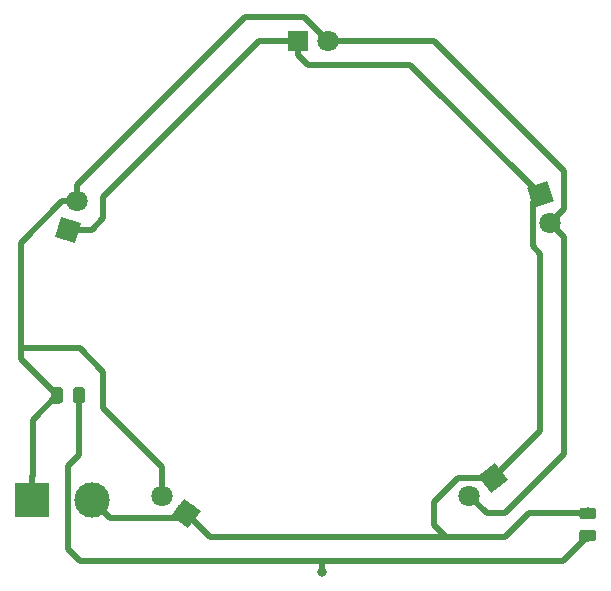
<source format=gbr>
G04 #@! TF.GenerationSoftware,KiCad,Pcbnew,(5.1.0)-1*
G04 #@! TF.CreationDate,2019-11-21T20:20:06-05:00*
G04 #@! TF.ProjectId,gopro_lights,676f7072-6f5f-46c6-9967-6874732e6b69,1*
G04 #@! TF.SameCoordinates,Original*
G04 #@! TF.FileFunction,Copper,L1,Top*
G04 #@! TF.FilePolarity,Positive*
%FSLAX46Y46*%
G04 Gerber Fmt 4.6, Leading zero omitted, Abs format (unit mm)*
G04 Created by KiCad (PCBNEW (5.1.0)-1) date 2019-11-21 20:20:06*
%MOMM*%
%LPD*%
G04 APERTURE LIST*
%ADD10C,0.100000*%
%ADD11C,0.975000*%
%ADD12R,1.800000X1.800000*%
%ADD13C,1.800000*%
%ADD14R,3.000000X3.000000*%
%ADD15C,3.000000*%
%ADD16C,0.800000*%
%ADD17C,0.500000*%
%ADD18C,0.250000*%
G04 APERTURE END LIST*
D10*
G36*
X84330142Y-95301174D02*
G01*
X84353803Y-95304684D01*
X84377007Y-95310496D01*
X84399529Y-95318554D01*
X84421153Y-95328782D01*
X84441670Y-95341079D01*
X84460883Y-95355329D01*
X84478607Y-95371393D01*
X84494671Y-95389117D01*
X84508921Y-95408330D01*
X84521218Y-95428847D01*
X84531446Y-95450471D01*
X84539504Y-95472993D01*
X84545316Y-95496197D01*
X84548826Y-95519858D01*
X84550000Y-95543750D01*
X84550000Y-96456250D01*
X84548826Y-96480142D01*
X84545316Y-96503803D01*
X84539504Y-96527007D01*
X84531446Y-96549529D01*
X84521218Y-96571153D01*
X84508921Y-96591670D01*
X84494671Y-96610883D01*
X84478607Y-96628607D01*
X84460883Y-96644671D01*
X84441670Y-96658921D01*
X84421153Y-96671218D01*
X84399529Y-96681446D01*
X84377007Y-96689504D01*
X84353803Y-96695316D01*
X84330142Y-96698826D01*
X84306250Y-96700000D01*
X83818750Y-96700000D01*
X83794858Y-96698826D01*
X83771197Y-96695316D01*
X83747993Y-96689504D01*
X83725471Y-96681446D01*
X83703847Y-96671218D01*
X83683330Y-96658921D01*
X83664117Y-96644671D01*
X83646393Y-96628607D01*
X83630329Y-96610883D01*
X83616079Y-96591670D01*
X83603782Y-96571153D01*
X83593554Y-96549529D01*
X83585496Y-96527007D01*
X83579684Y-96503803D01*
X83576174Y-96480142D01*
X83575000Y-96456250D01*
X83575000Y-95543750D01*
X83576174Y-95519858D01*
X83579684Y-95496197D01*
X83585496Y-95472993D01*
X83593554Y-95450471D01*
X83603782Y-95428847D01*
X83616079Y-95408330D01*
X83630329Y-95389117D01*
X83646393Y-95371393D01*
X83664117Y-95355329D01*
X83683330Y-95341079D01*
X83703847Y-95328782D01*
X83725471Y-95318554D01*
X83747993Y-95310496D01*
X83771197Y-95304684D01*
X83794858Y-95301174D01*
X83818750Y-95300000D01*
X84306250Y-95300000D01*
X84330142Y-95301174D01*
X84330142Y-95301174D01*
G37*
D11*
X84062500Y-96000000D03*
D10*
G36*
X86205142Y-95301174D02*
G01*
X86228803Y-95304684D01*
X86252007Y-95310496D01*
X86274529Y-95318554D01*
X86296153Y-95328782D01*
X86316670Y-95341079D01*
X86335883Y-95355329D01*
X86353607Y-95371393D01*
X86369671Y-95389117D01*
X86383921Y-95408330D01*
X86396218Y-95428847D01*
X86406446Y-95450471D01*
X86414504Y-95472993D01*
X86420316Y-95496197D01*
X86423826Y-95519858D01*
X86425000Y-95543750D01*
X86425000Y-96456250D01*
X86423826Y-96480142D01*
X86420316Y-96503803D01*
X86414504Y-96527007D01*
X86406446Y-96549529D01*
X86396218Y-96571153D01*
X86383921Y-96591670D01*
X86369671Y-96610883D01*
X86353607Y-96628607D01*
X86335883Y-96644671D01*
X86316670Y-96658921D01*
X86296153Y-96671218D01*
X86274529Y-96681446D01*
X86252007Y-96689504D01*
X86228803Y-96695316D01*
X86205142Y-96698826D01*
X86181250Y-96700000D01*
X85693750Y-96700000D01*
X85669858Y-96698826D01*
X85646197Y-96695316D01*
X85622993Y-96689504D01*
X85600471Y-96681446D01*
X85578847Y-96671218D01*
X85558330Y-96658921D01*
X85539117Y-96644671D01*
X85521393Y-96628607D01*
X85505329Y-96610883D01*
X85491079Y-96591670D01*
X85478782Y-96571153D01*
X85468554Y-96549529D01*
X85460496Y-96527007D01*
X85454684Y-96503803D01*
X85451174Y-96480142D01*
X85450000Y-96456250D01*
X85450000Y-95543750D01*
X85451174Y-95519858D01*
X85454684Y-95496197D01*
X85460496Y-95472993D01*
X85468554Y-95450471D01*
X85478782Y-95428847D01*
X85491079Y-95408330D01*
X85505329Y-95389117D01*
X85521393Y-95371393D01*
X85539117Y-95355329D01*
X85558330Y-95341079D01*
X85578847Y-95328782D01*
X85600471Y-95318554D01*
X85622993Y-95310496D01*
X85646197Y-95304684D01*
X85669858Y-95301174D01*
X85693750Y-95300000D01*
X86181250Y-95300000D01*
X86205142Y-95301174D01*
X86205142Y-95301174D01*
G37*
D11*
X85937500Y-96000000D03*
D12*
X104460000Y-66000000D03*
D13*
X107000000Y-66000000D03*
X85784903Y-79584316D03*
X85000000Y-82000000D03*
D10*
G36*
X85577836Y-83134066D02*
G01*
X83865934Y-82577836D01*
X84422164Y-80865934D01*
X86134066Y-81422164D01*
X85577836Y-83134066D01*
X85577836Y-83134066D01*
G37*
D13*
X95000000Y-106000000D03*
D10*
G36*
X96257122Y-105800891D02*
G01*
X95199109Y-107257122D01*
X93742878Y-106199109D01*
X94800891Y-104742878D01*
X96257122Y-105800891D01*
X96257122Y-105800891D01*
G37*
D13*
X92945097Y-104507025D03*
X118945097Y-104492975D03*
X121000000Y-103000000D03*
D10*
G36*
X121199109Y-101742878D02*
G01*
X122257122Y-103199109D01*
X120800891Y-104257122D01*
X119742878Y-102800891D01*
X121199109Y-101742878D01*
X121199109Y-101742878D01*
G37*
D13*
X125000000Y-79000000D03*
D10*
G36*
X123865934Y-78422164D02*
G01*
X125577836Y-77865934D01*
X126134066Y-79577836D01*
X124422164Y-80134066D01*
X123865934Y-78422164D01*
X123865934Y-78422164D01*
G37*
D13*
X125784903Y-81415684D03*
D10*
G36*
X129480142Y-105513674D02*
G01*
X129503803Y-105517184D01*
X129527007Y-105522996D01*
X129549529Y-105531054D01*
X129571153Y-105541282D01*
X129591670Y-105553579D01*
X129610883Y-105567829D01*
X129628607Y-105583893D01*
X129644671Y-105601617D01*
X129658921Y-105620830D01*
X129671218Y-105641347D01*
X129681446Y-105662971D01*
X129689504Y-105685493D01*
X129695316Y-105708697D01*
X129698826Y-105732358D01*
X129700000Y-105756250D01*
X129700000Y-106243750D01*
X129698826Y-106267642D01*
X129695316Y-106291303D01*
X129689504Y-106314507D01*
X129681446Y-106337029D01*
X129671218Y-106358653D01*
X129658921Y-106379170D01*
X129644671Y-106398383D01*
X129628607Y-106416107D01*
X129610883Y-106432171D01*
X129591670Y-106446421D01*
X129571153Y-106458718D01*
X129549529Y-106468946D01*
X129527007Y-106477004D01*
X129503803Y-106482816D01*
X129480142Y-106486326D01*
X129456250Y-106487500D01*
X128543750Y-106487500D01*
X128519858Y-106486326D01*
X128496197Y-106482816D01*
X128472993Y-106477004D01*
X128450471Y-106468946D01*
X128428847Y-106458718D01*
X128408330Y-106446421D01*
X128389117Y-106432171D01*
X128371393Y-106416107D01*
X128355329Y-106398383D01*
X128341079Y-106379170D01*
X128328782Y-106358653D01*
X128318554Y-106337029D01*
X128310496Y-106314507D01*
X128304684Y-106291303D01*
X128301174Y-106267642D01*
X128300000Y-106243750D01*
X128300000Y-105756250D01*
X128301174Y-105732358D01*
X128304684Y-105708697D01*
X128310496Y-105685493D01*
X128318554Y-105662971D01*
X128328782Y-105641347D01*
X128341079Y-105620830D01*
X128355329Y-105601617D01*
X128371393Y-105583893D01*
X128389117Y-105567829D01*
X128408330Y-105553579D01*
X128428847Y-105541282D01*
X128450471Y-105531054D01*
X128472993Y-105522996D01*
X128496197Y-105517184D01*
X128519858Y-105513674D01*
X128543750Y-105512500D01*
X129456250Y-105512500D01*
X129480142Y-105513674D01*
X129480142Y-105513674D01*
G37*
D11*
X129000000Y-106000000D03*
D10*
G36*
X129480142Y-107388674D02*
G01*
X129503803Y-107392184D01*
X129527007Y-107397996D01*
X129549529Y-107406054D01*
X129571153Y-107416282D01*
X129591670Y-107428579D01*
X129610883Y-107442829D01*
X129628607Y-107458893D01*
X129644671Y-107476617D01*
X129658921Y-107495830D01*
X129671218Y-107516347D01*
X129681446Y-107537971D01*
X129689504Y-107560493D01*
X129695316Y-107583697D01*
X129698826Y-107607358D01*
X129700000Y-107631250D01*
X129700000Y-108118750D01*
X129698826Y-108142642D01*
X129695316Y-108166303D01*
X129689504Y-108189507D01*
X129681446Y-108212029D01*
X129671218Y-108233653D01*
X129658921Y-108254170D01*
X129644671Y-108273383D01*
X129628607Y-108291107D01*
X129610883Y-108307171D01*
X129591670Y-108321421D01*
X129571153Y-108333718D01*
X129549529Y-108343946D01*
X129527007Y-108352004D01*
X129503803Y-108357816D01*
X129480142Y-108361326D01*
X129456250Y-108362500D01*
X128543750Y-108362500D01*
X128519858Y-108361326D01*
X128496197Y-108357816D01*
X128472993Y-108352004D01*
X128450471Y-108343946D01*
X128428847Y-108333718D01*
X128408330Y-108321421D01*
X128389117Y-108307171D01*
X128371393Y-108291107D01*
X128355329Y-108273383D01*
X128341079Y-108254170D01*
X128328782Y-108233653D01*
X128318554Y-108212029D01*
X128310496Y-108189507D01*
X128304684Y-108166303D01*
X128301174Y-108142642D01*
X128300000Y-108118750D01*
X128300000Y-107631250D01*
X128301174Y-107607358D01*
X128304684Y-107583697D01*
X128310496Y-107560493D01*
X128318554Y-107537971D01*
X128328782Y-107516347D01*
X128341079Y-107495830D01*
X128355329Y-107476617D01*
X128371393Y-107458893D01*
X128389117Y-107442829D01*
X128408330Y-107428579D01*
X128428847Y-107416282D01*
X128450471Y-107406054D01*
X128472993Y-107397996D01*
X128496197Y-107392184D01*
X128519858Y-107388674D01*
X128543750Y-107387500D01*
X129456250Y-107387500D01*
X129480142Y-107388674D01*
X129480142Y-107388674D01*
G37*
D11*
X129000000Y-107875000D03*
D14*
X81980000Y-104870000D03*
D15*
X87060000Y-104870000D03*
D16*
X106480000Y-110980000D03*
D17*
X105000000Y-64000000D02*
X107000000Y-66000000D01*
X100000000Y-64000000D02*
X105000000Y-64000000D01*
X85784903Y-79584316D02*
X85784903Y-78215097D01*
X85784903Y-78215097D02*
X100000000Y-64000000D01*
X107000000Y-66000000D02*
X116000000Y-66000000D01*
X116000000Y-66000000D02*
X127000000Y-77000000D01*
X127000000Y-80200587D02*
X125784903Y-81415684D01*
X127000000Y-77000000D02*
X127000000Y-80200587D01*
X82000000Y-98062500D02*
X84062500Y-96000000D01*
X85784903Y-79584316D02*
X84512111Y-79584316D01*
X127000000Y-82630781D02*
X125784903Y-81415684D01*
X127000000Y-101000000D02*
X127000000Y-82630781D01*
X122000000Y-106000000D02*
X127000000Y-101000000D01*
X118945097Y-104492975D02*
X120452122Y-106000000D01*
X120452122Y-106000000D02*
X122000000Y-106000000D01*
X92945097Y-104507025D02*
X92945097Y-102054903D01*
X92945097Y-102054903D02*
X88000000Y-97109806D01*
X88000000Y-97109806D02*
X88000000Y-96558150D01*
X88000000Y-96558150D02*
X88000000Y-94000000D01*
X88000000Y-94000000D02*
X86000000Y-92000000D01*
X86000000Y-92000000D02*
X81000000Y-92000000D01*
X81000000Y-92937500D02*
X84062500Y-96000000D01*
X81000000Y-83096427D02*
X81000000Y-92937500D01*
X84512111Y-79584316D02*
X81000000Y-83096427D01*
X82000000Y-102850000D02*
X82000000Y-98062500D01*
X81980000Y-102870000D02*
X82000000Y-102850000D01*
X81980000Y-104870000D02*
X81980000Y-102870000D01*
X85937500Y-96000000D02*
X85937500Y-101062500D01*
X85937500Y-101062500D02*
X85000000Y-102000000D01*
X85000000Y-102000000D02*
X85000000Y-109000000D01*
X85000000Y-109000000D02*
X86000000Y-110000000D01*
X126875000Y-110000000D02*
X129000000Y-107875000D01*
X106480000Y-110040000D02*
X106440000Y-110000000D01*
X106480000Y-110980000D02*
X106480000Y-110040000D01*
X86000000Y-110000000D02*
X106440000Y-110000000D01*
X106440000Y-110000000D02*
X126875000Y-110000000D01*
X118000000Y-103000000D02*
X116000000Y-105000000D01*
X116000000Y-105000000D02*
X116000000Y-107000000D01*
X121000000Y-103000000D02*
X118000000Y-103000000D01*
X116000000Y-107000000D02*
X117000000Y-108000000D01*
X124000000Y-106000000D02*
X129000000Y-106000000D01*
X117000000Y-108000000D02*
X122000000Y-108000000D01*
X122000000Y-108000000D02*
X124000000Y-106000000D01*
X124401162Y-79598838D02*
X124401162Y-83401162D01*
D18*
X125000000Y-79000000D02*
X124401162Y-79598838D01*
D17*
X124401162Y-83401162D02*
X125000000Y-84000000D01*
X125000000Y-99000000D02*
X121000000Y-103000000D01*
X125000000Y-84000000D02*
X125000000Y-99000000D01*
X104460000Y-67150000D02*
X105310000Y-68000000D01*
X104460000Y-66000000D02*
X104460000Y-67150000D01*
X114000000Y-68000000D02*
X125000000Y-79000000D01*
X105310000Y-68000000D02*
X114000000Y-68000000D01*
X87000000Y-82000000D02*
X85000000Y-82000000D01*
X88000000Y-81000000D02*
X87000000Y-82000000D01*
X88000000Y-79182221D02*
X88000000Y-81000000D01*
X104460000Y-66000000D02*
X101182221Y-66000000D01*
X101182221Y-66000000D02*
X88000000Y-79182221D01*
X97000000Y-108000000D02*
X114000000Y-108000000D01*
X95000000Y-106000000D02*
X97000000Y-108000000D01*
X114000000Y-108000000D02*
X117000000Y-108000000D01*
X94630001Y-106369999D02*
X95000000Y-106000000D01*
X88559999Y-106369999D02*
X94630001Y-106369999D01*
X87060000Y-104870000D02*
X88559999Y-106369999D01*
M02*

</source>
